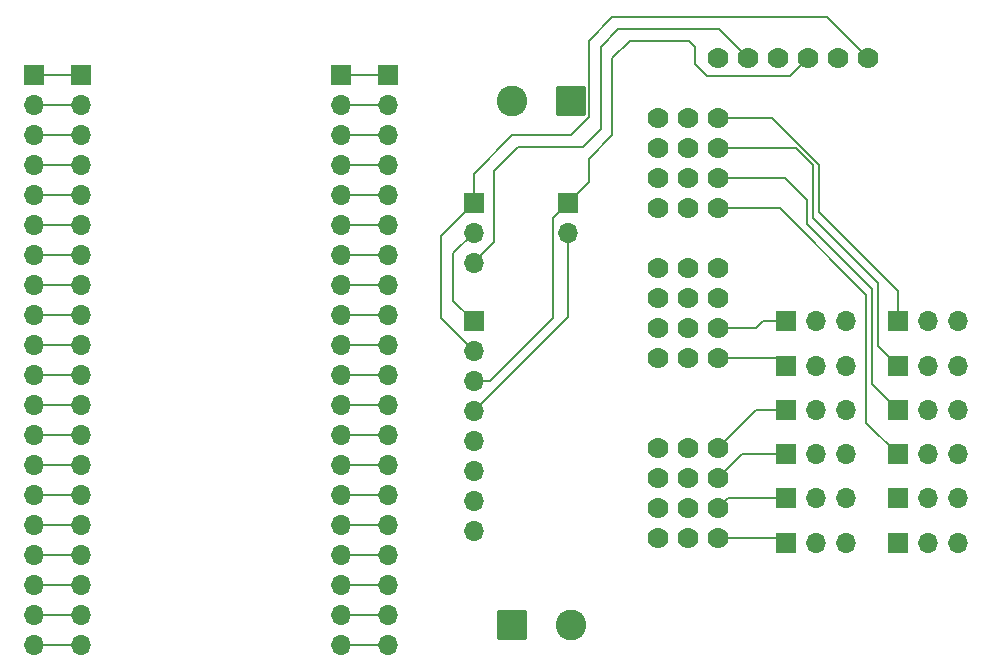
<source format=gbr>
%TF.GenerationSoftware,KiCad,Pcbnew,9.0.0*%
%TF.CreationDate,2025-03-26T16:29:39-04:00*%
%TF.ProjectId,spotmicro22mm,73706f74-6d69-4637-926f-32326d6d2e6b,rev?*%
%TF.SameCoordinates,Original*%
%TF.FileFunction,Copper,L1,Top*%
%TF.FilePolarity,Positive*%
%FSLAX46Y46*%
G04 Gerber Fmt 4.6, Leading zero omitted, Abs format (unit mm)*
G04 Created by KiCad (PCBNEW 9.0.0) date 2025-03-26 16:29:39*
%MOMM*%
%LPD*%
G01*
G04 APERTURE LIST*
G04 Aperture macros list*
%AMRoundRect*
0 Rectangle with rounded corners*
0 $1 Rounding radius*
0 $2 $3 $4 $5 $6 $7 $8 $9 X,Y pos of 4 corners*
0 Add a 4 corners polygon primitive as box body*
4,1,4,$2,$3,$4,$5,$6,$7,$8,$9,$2,$3,0*
0 Add four circle primitives for the rounded corners*
1,1,$1+$1,$2,$3*
1,1,$1+$1,$4,$5*
1,1,$1+$1,$6,$7*
1,1,$1+$1,$8,$9*
0 Add four rect primitives between the rounded corners*
20,1,$1+$1,$2,$3,$4,$5,0*
20,1,$1+$1,$4,$5,$6,$7,0*
20,1,$1+$1,$6,$7,$8,$9,0*
20,1,$1+$1,$8,$9,$2,$3,0*%
G04 Aperture macros list end*
%TA.AperFunction,ComponentPad*%
%ADD10R,1.700000X1.700000*%
%TD*%
%TA.AperFunction,ComponentPad*%
%ADD11O,1.700000X1.700000*%
%TD*%
%TA.AperFunction,ComponentPad*%
%ADD12RoundRect,0.250000X1.050000X1.050000X-1.050000X1.050000X-1.050000X-1.050000X1.050000X-1.050000X0*%
%TD*%
%TA.AperFunction,ComponentPad*%
%ADD13C,2.600000*%
%TD*%
%TA.AperFunction,ComponentPad*%
%ADD14RoundRect,0.250000X-1.050000X-1.050000X1.050000X-1.050000X1.050000X1.050000X-1.050000X1.050000X0*%
%TD*%
%TA.AperFunction,ComponentPad*%
%ADD15C,1.778000*%
%TD*%
%TA.AperFunction,Conductor*%
%ADD16C,0.200000*%
%TD*%
G04 APERTURE END LIST*
D10*
%TO.P,J9,1,Pin_1*%
%TO.N,/PWM-7*%
X146170000Y-88000000D03*
D11*
%TO.P,J9,2,Pin_2*%
%TO.N,/S2-PWR*%
X148710000Y-88000000D03*
%TO.P,J9,3,Pin_3*%
%TO.N,/S2-GND*%
X151250000Y-88000000D03*
%TD*%
D10*
%TO.P,J14,1,Pin_1*%
%TO.N,/ESP-32Pin*%
X86500000Y-63360000D03*
D11*
%TO.P,J14,2,Pin_2*%
X86500000Y-65900000D03*
%TO.P,J14,3,Pin_3*%
X86500000Y-68440000D03*
%TO.P,J14,4,Pin_4*%
X86500000Y-70980000D03*
%TO.P,J14,5,Pin_5*%
X86500000Y-73520000D03*
%TO.P,J14,6,Pin_6*%
X86500000Y-76060000D03*
%TO.P,J14,7,Pin_7*%
X86500000Y-78600000D03*
%TO.P,J14,8,Pin_8*%
X86500000Y-81140000D03*
%TO.P,J14,9,Pin_9*%
X86500000Y-83680000D03*
%TO.P,J14,10,Pin_10*%
X86500000Y-86220000D03*
%TO.P,J14,11,Pin_11*%
X86500000Y-88760000D03*
%TO.P,J14,12,Pin_12*%
X86500000Y-91300000D03*
%TO.P,J14,13,Pin_13*%
X86500000Y-93840000D03*
%TO.P,J14,14,Pin_14*%
X86500000Y-96380000D03*
%TO.P,J14,15,Pin_15*%
X86500000Y-98920000D03*
%TO.P,J14,16,Pin_16*%
X86500000Y-101460000D03*
%TO.P,J14,17,Pin_17*%
X86500000Y-104000000D03*
%TO.P,J14,18,Pin_18*%
X86500000Y-106540000D03*
%TO.P,J14,19,Pin_19*%
X86500000Y-109080000D03*
%TO.P,J14,20,Pin_20*%
X86500000Y-111620000D03*
%TD*%
D10*
%TO.P,J6,1,Pin_1*%
%TO.N,/PWM-4*%
X155670000Y-99250000D03*
D11*
%TO.P,J6,2,Pin_2*%
%TO.N,/S1-PWR*%
X158210000Y-99250000D03*
%TO.P,J6,3,Pin_3*%
%TO.N,/S1-GND*%
X160750000Y-99250000D03*
%TD*%
D10*
%TO.P,J18,1,Pin_1*%
%TO.N,/Global SCL*%
X127750000Y-74250000D03*
D11*
%TO.P,J18,2,Pin_2*%
%TO.N,/Global SDA*%
X127750000Y-76790000D03*
%TD*%
D12*
%TO.P,J21,1,Pin_1*%
%TO.N,/S2-PWR*%
X127993453Y-65577500D03*
D13*
%TO.P,J21,2,Pin_2*%
%TO.N,/S2-GND*%
X122993453Y-65577500D03*
%TD*%
D10*
%TO.P,J4,1,Pin_1*%
%TO.N,/PWM-2*%
X155670000Y-91750000D03*
D11*
%TO.P,J4,2,Pin_2*%
%TO.N,/S1-PWR*%
X158210000Y-91750000D03*
%TO.P,J4,3,Pin_3*%
%TO.N,/S1-GND*%
X160750000Y-91750000D03*
%TD*%
D10*
%TO.P,J17,1,Pin_1*%
%TO.N,/ESP-32Pin*%
X112500000Y-63400000D03*
D11*
%TO.P,J17,2,Pin_2*%
X112500000Y-65940000D03*
%TO.P,J17,3,Pin_3*%
X112500000Y-68480000D03*
%TO.P,J17,4,Pin_4*%
X112500000Y-71020000D03*
%TO.P,J17,5,Pin_5*%
X112500000Y-73560000D03*
%TO.P,J17,6,Pin_6*%
X112500000Y-76100000D03*
%TO.P,J17,7,Pin_7*%
X112500000Y-78640000D03*
%TO.P,J17,8,Pin_8*%
X112500000Y-81180000D03*
%TO.P,J17,9,Pin_9*%
X112500000Y-83720000D03*
%TO.P,J17,10,Pin_10*%
X112500000Y-86260000D03*
%TO.P,J17,11,Pin_11*%
X112500000Y-88800000D03*
%TO.P,J17,12,Pin_12*%
X112500000Y-91340000D03*
%TO.P,J17,13,Pin_13*%
X112500000Y-93880000D03*
%TO.P,J17,14,Pin_14*%
X112500000Y-96420000D03*
%TO.P,J17,15,Pin_15*%
X112500000Y-98960000D03*
%TO.P,J17,16,Pin_16*%
X112500000Y-101500000D03*
%TO.P,J17,17,Pin_17*%
X112500000Y-104040000D03*
%TO.P,J17,18,Pin_18*%
X112500000Y-106580000D03*
%TO.P,J17,19,Pin_19*%
X112500000Y-109120000D03*
%TO.P,J17,20,Pin_20*%
X112500000Y-111660000D03*
%TD*%
D10*
%TO.P,J13,1,Pin_1*%
%TO.N,/PWM-11*%
X146170000Y-103000000D03*
D11*
%TO.P,J13,2,Pin_2*%
%TO.N,/S2-PWR*%
X148710000Y-103000000D03*
%TO.P,J13,3,Pin_3*%
%TO.N,/S2-GND*%
X151250000Y-103000000D03*
%TD*%
D10*
%TO.P,J3,1,Pin_1*%
%TO.N,/PWM-1*%
X155670000Y-88000000D03*
D11*
%TO.P,J3,2,Pin_2*%
%TO.N,/S1-PWR*%
X158210000Y-88000000D03*
%TO.P,J3,3,Pin_3*%
%TO.N,/S1-GND*%
X160750000Y-88000000D03*
%TD*%
D10*
%TO.P,J15,1,Pin_1*%
%TO.N,/ESP-32Pin*%
X108500000Y-63400000D03*
D11*
%TO.P,J15,2,Pin_2*%
X108500000Y-65940000D03*
%TO.P,J15,3,Pin_3*%
X108500000Y-68480000D03*
%TO.P,J15,4,Pin_4*%
X108500000Y-71020000D03*
%TO.P,J15,5,Pin_5*%
X108500000Y-73560000D03*
%TO.P,J15,6,Pin_6*%
X108500000Y-76100000D03*
%TO.P,J15,7,Pin_7*%
X108500000Y-78640000D03*
%TO.P,J15,8,Pin_8*%
X108500000Y-81180000D03*
%TO.P,J15,9,Pin_9*%
X108500000Y-83720000D03*
%TO.P,J15,10,Pin_10*%
X108500000Y-86260000D03*
%TO.P,J15,11,Pin_11*%
X108500000Y-88800000D03*
%TO.P,J15,12,Pin_12*%
X108500000Y-91340000D03*
%TO.P,J15,13,Pin_13*%
X108500000Y-93880000D03*
%TO.P,J15,14,Pin_14*%
X108500000Y-96420000D03*
%TO.P,J15,15,Pin_15*%
X108500000Y-98960000D03*
%TO.P,J15,16,Pin_16*%
X108500000Y-101500000D03*
%TO.P,J15,17,Pin_17*%
X108500000Y-104040000D03*
%TO.P,J15,18,Pin_18*%
X108500000Y-106580000D03*
%TO.P,J15,19,Pin_19*%
X108500000Y-109120000D03*
%TO.P,J15,20,Pin_20*%
X108500000Y-111660000D03*
%TD*%
D10*
%TO.P,J11,1,Pin_1*%
%TO.N,/PWM-9*%
X146170000Y-95500000D03*
D11*
%TO.P,J11,2,Pin_2*%
%TO.N,/S2-PWR*%
X148710000Y-95500000D03*
%TO.P,J11,3,Pin_3*%
%TO.N,/S2-GND*%
X151250000Y-95500000D03*
%TD*%
D14*
%TO.P,J1,1,Pin_1*%
%TO.N,/S1-PWR*%
X123000000Y-110000000D03*
D13*
%TO.P,J1,2,Pin_2*%
%TO.N,/S1-GND*%
X128000000Y-110000000D03*
%TD*%
D10*
%TO.P,J16,1,Pin_1*%
%TO.N,/ESP-32Pin*%
X82500000Y-63360000D03*
D11*
%TO.P,J16,2,Pin_2*%
X82500000Y-65900000D03*
%TO.P,J16,3,Pin_3*%
X82500000Y-68440000D03*
%TO.P,J16,4,Pin_4*%
X82500000Y-70980000D03*
%TO.P,J16,5,Pin_5*%
X82500000Y-73520000D03*
%TO.P,J16,6,Pin_6*%
X82500000Y-76060000D03*
%TO.P,J16,7,Pin_7*%
X82500000Y-78600000D03*
%TO.P,J16,8,Pin_8*%
X82500000Y-81140000D03*
%TO.P,J16,9,Pin_9*%
X82500000Y-83680000D03*
%TO.P,J16,10,Pin_10*%
X82500000Y-86220000D03*
%TO.P,J16,11,Pin_11*%
X82500000Y-88760000D03*
%TO.P,J16,12,Pin_12*%
X82500000Y-91300000D03*
%TO.P,J16,13,Pin_13*%
X82500000Y-93840000D03*
%TO.P,J16,14,Pin_14*%
X82500000Y-96380000D03*
%TO.P,J16,15,Pin_15*%
X82500000Y-98920000D03*
%TO.P,J16,16,Pin_16*%
X82500000Y-101460000D03*
%TO.P,J16,17,Pin_17*%
X82500000Y-104000000D03*
%TO.P,J16,18,Pin_18*%
X82500000Y-106540000D03*
%TO.P,J16,19,Pin_19*%
X82500000Y-109080000D03*
%TO.P,J16,20,Pin_20*%
X82500000Y-111620000D03*
%TD*%
D10*
%TO.P,J8,1,Pin_1*%
%TO.N,/PWM-6*%
X146170000Y-84250000D03*
D11*
%TO.P,J8,2,Pin_2*%
%TO.N,/S2-PWR*%
X148710000Y-84250000D03*
%TO.P,J8,3,Pin_3*%
%TO.N,/S2-GND*%
X151250000Y-84250000D03*
%TD*%
D10*
%TO.P,J5,1,Pin_1*%
%TO.N,/PWM-3*%
X155670000Y-95500000D03*
D11*
%TO.P,J5,2,Pin_2*%
%TO.N,/S1-PWR*%
X158210000Y-95500000D03*
%TO.P,J5,3,Pin_3*%
%TO.N,/S1-GND*%
X160750000Y-95500000D03*
%TD*%
D10*
%TO.P,J10,1,Pin_1*%
%TO.N,/PWM-8*%
X146170000Y-91750000D03*
D11*
%TO.P,J10,2,Pin_2*%
%TO.N,/S2-PWR*%
X148710000Y-91750000D03*
%TO.P,J10,3,Pin_3*%
%TO.N,/S2-GND*%
X151250000Y-91750000D03*
%TD*%
D10*
%TO.P,J20,1,Pin_1*%
%TO.N,/ESP32-3v3*%
X119800000Y-84260000D03*
D11*
%TO.P,J20,2,Pin_2*%
%TO.N,/ESP32-GND*%
X119800000Y-86800000D03*
%TO.P,J20,3,Pin_3*%
%TO.N,/Global SCL*%
X119800000Y-89340000D03*
%TO.P,J20,4,Pin_4*%
%TO.N,/Global SDA*%
X119800000Y-91880000D03*
%TO.P,J20,5,Pin_5*%
%TO.N,unconnected-(J20-Pin_5-Pad5)*%
X119800000Y-94420000D03*
%TO.P,J20,6,Pin_6*%
%TO.N,unconnected-(J20-Pin_6-Pad6)*%
X119800000Y-96960000D03*
%TO.P,J20,7,Pin_7*%
%TO.N,unconnected-(J20-Pin_7-Pad7)*%
X119800000Y-99500000D03*
%TO.P,J20,8,Pin_8*%
%TO.N,unconnected-(J20-Pin_8-Pad8)*%
X119800000Y-102040000D03*
%TD*%
D10*
%TO.P,J12,1,Pin_1*%
%TO.N,/PWM-10*%
X146170000Y-99250000D03*
D11*
%TO.P,J12,2,Pin_2*%
%TO.N,/S2-PWR*%
X148710000Y-99250000D03*
%TO.P,J12,3,Pin_3*%
%TO.N,/S2-GND*%
X151250000Y-99250000D03*
%TD*%
D10*
%TO.P,J19,1,Pin_1*%
%TO.N,/ESP32-GND*%
X119750000Y-74210000D03*
D11*
%TO.P,J19,2,Pin_2*%
%TO.N,/ESP32-3v3*%
X119750000Y-76750000D03*
%TO.P,J19,3,Pin_3*%
%TO.N,/ESP32-5v*%
X119750000Y-79290000D03*
%TD*%
D10*
%TO.P,J7,1,Pin_1*%
%TO.N,/PWM-5*%
X155670000Y-103000000D03*
D11*
%TO.P,J7,2,Pin_2*%
%TO.N,/S1-PWR*%
X158210000Y-103000000D03*
%TO.P,J7,3,Pin_3*%
%TO.N,/S1-GND*%
X160750000Y-103000000D03*
%TD*%
D15*
%TO.P,U2,0,PWM_0*%
%TO.N,/PWM-0*%
X140440000Y-67050000D03*
%TO.P,U2,1,PWM_1*%
%TO.N,/PWM-1*%
X140440000Y-69590000D03*
%TO.P,U2,2,PWM_2*%
%TO.N,/PWM-2*%
X140440000Y-72130000D03*
%TO.P,U2,3,PWM_3*%
%TO.N,/PWM-3*%
X140440000Y-74670000D03*
%TO.P,U2,4,PWM_4*%
%TO.N,/PWM-4*%
X140440000Y-79750000D03*
%TO.P,U2,5,PWM_5*%
%TO.N,/PWM-5*%
X140440000Y-82290000D03*
%TO.P,U2,6,PWM_6*%
%TO.N,/PWM-6*%
X140440000Y-84830000D03*
%TO.P,U2,7,PWM_7*%
%TO.N,/PWM-7*%
X140440000Y-87370000D03*
%TO.P,U2,8,PWM_8*%
%TO.N,/PWM-8*%
X140440000Y-94990000D03*
%TO.P,U2,9,PWM_9*%
%TO.N,/PWM-9*%
X140440000Y-97530000D03*
%TO.P,U2,10,PWM_10*%
%TO.N,/PWM-10*%
X140440000Y-100070000D03*
%TO.P,U2,11,PWM_11*%
%TO.N,/PWM-11*%
X140440000Y-102610000D03*
%TO.P,U2,GND_1,GND*%
%TO.N,/ESP32-GND*%
X153140000Y-61970000D03*
%TO.P,U2,GND_3*%
%TO.N,N/C*%
X135360000Y-67050000D03*
%TO.P,U2,GND_4*%
X135360000Y-69590000D03*
%TO.P,U2,GND_5*%
X135360000Y-72130000D03*
%TO.P,U2,GND_6*%
X135360000Y-74670000D03*
%TO.P,U2,GND_7*%
X135360000Y-79750000D03*
%TO.P,U2,GND_8*%
X135360000Y-82290000D03*
%TO.P,U2,GND_9*%
X135360000Y-84830000D03*
%TO.P,U2,GND_10*%
X135360000Y-87370000D03*
%TO.P,U2,GND_11*%
X135360000Y-94990000D03*
%TO.P,U2,GND_12*%
X135360000Y-97530000D03*
%TO.P,U2,GND_13*%
X135360000Y-100070000D03*
%TO.P,U2,GND_14*%
X135360000Y-102610000D03*
%TO.P,U2,OE_1*%
X150600000Y-61970000D03*
%TO.P,U2,SCL_1,SCL*%
%TO.N,/Global SCL*%
X148060000Y-61970000D03*
%TO.P,U2,SDA_1,SDA*%
%TO.N,/Global SDA*%
X145520000Y-61970000D03*
%TO.P,U2,V+_1,V+*%
%TO.N,unconnected-(U2-V+-PadV+_1)*%
X140440000Y-61970000D03*
%TO.P,U2,V+_3*%
%TO.N,N/C*%
X137900000Y-67050000D03*
%TO.P,U2,V+_4*%
X137900000Y-69590000D03*
%TO.P,U2,V+_5*%
X137900000Y-72130000D03*
%TO.P,U2,V+_6*%
X137900000Y-74670000D03*
%TO.P,U2,V+_7*%
X137900000Y-79750000D03*
%TO.P,U2,V+_8*%
X137900000Y-82290000D03*
%TO.P,U2,V+_9*%
X137900000Y-84830000D03*
%TO.P,U2,V+_10*%
X137900000Y-87370000D03*
%TO.P,U2,V+_11*%
X137900000Y-94990000D03*
%TO.P,U2,V+_12*%
X137900000Y-97530000D03*
%TO.P,U2,V+_13*%
X137900000Y-100070000D03*
%TO.P,U2,V+_14*%
X137900000Y-102610000D03*
%TO.P,U2,VCC_1,VCC*%
%TO.N,/ESP32-5v*%
X142980000Y-61970000D03*
%TD*%
D10*
%TO.P,J2,1,Pin_1*%
%TO.N,/PWM-0*%
X155670000Y-84250000D03*
D11*
%TO.P,J2,2,Pin_2*%
%TO.N,/S1-PWR*%
X158210000Y-84250000D03*
%TO.P,J2,3,Pin_3*%
%TO.N,/S1-GND*%
X160750000Y-84250000D03*
%TD*%
D16*
%TO.N,/PWM-0*%
X149000000Y-71000000D02*
X149000000Y-75000000D01*
X145050000Y-67050000D02*
X149000000Y-71000000D01*
X149000000Y-75000000D02*
X155670000Y-81670000D01*
X140440000Y-67050000D02*
X145050000Y-67050000D01*
X155670000Y-81670000D02*
X155670000Y-84250000D01*
%TO.N,/PWM-1*%
X148467157Y-71032843D02*
X148467157Y-75467157D01*
X148467157Y-75467157D02*
X154000000Y-81000000D01*
X154000000Y-86330000D02*
X155670000Y-88000000D01*
X147024314Y-69590000D02*
X148467157Y-71032843D01*
X154000000Y-81000000D02*
X154000000Y-86330000D01*
X140440000Y-69590000D02*
X147024314Y-69590000D01*
%TO.N,/PWM-2*%
X155670000Y-91750000D02*
X153500000Y-89580000D01*
X153500000Y-89580000D02*
X153500000Y-81500000D01*
X148000000Y-74000000D02*
X146130000Y-72130000D01*
X146130000Y-72130000D02*
X140440000Y-72130000D01*
X148000000Y-76000000D02*
X148000000Y-74000000D01*
X153500000Y-81500000D02*
X148000000Y-76000000D01*
%TO.N,/PWM-3*%
X153000000Y-92830000D02*
X155670000Y-95500000D01*
X145670000Y-74670000D02*
X153000000Y-82000000D01*
X140440000Y-74670000D02*
X145670000Y-74670000D01*
X153000000Y-82000000D02*
X153000000Y-92830000D01*
%TO.N,/PWM-6*%
X143670000Y-84830000D02*
X144250000Y-84250000D01*
X140440000Y-84830000D02*
X143670000Y-84830000D01*
X144250000Y-84250000D02*
X146170000Y-84250000D01*
%TO.N,/PWM-7*%
X145540000Y-87370000D02*
X146170000Y-88000000D01*
X140440000Y-87370000D02*
X145540000Y-87370000D01*
%TO.N,/PWM-8*%
X143680000Y-91750000D02*
X146170000Y-91750000D01*
X140440000Y-94990000D02*
X143680000Y-91750000D01*
%TO.N,/PWM-9*%
X142470000Y-95500000D02*
X146170000Y-95500000D01*
X140440000Y-97530000D02*
X142470000Y-95500000D01*
%TO.N,/PWM-10*%
X140440000Y-100070000D02*
X141260000Y-99250000D01*
X141260000Y-99250000D02*
X146170000Y-99250000D01*
%TO.N,/PWM-11*%
X145780000Y-102610000D02*
X146170000Y-103000000D01*
X140440000Y-102610000D02*
X145780000Y-102610000D01*
%TO.N,/ESP-32Pin*%
X86500000Y-88760000D02*
X82500000Y-88760000D01*
X112500000Y-68480000D02*
X108500000Y-68480000D01*
X86500000Y-98920000D02*
X82500000Y-98920000D01*
X108500000Y-83720000D02*
X112500000Y-83720000D01*
X82500000Y-73520000D02*
X86500000Y-73520000D01*
X112500000Y-101500000D02*
X108500000Y-101500000D01*
X112500000Y-96420000D02*
X108500000Y-96420000D01*
X112500000Y-76100000D02*
X108500000Y-76100000D01*
X86500000Y-65900000D02*
X82500000Y-65900000D01*
X82500000Y-93840000D02*
X86500000Y-93840000D01*
X108500000Y-98960000D02*
X112500000Y-98960000D01*
X82500000Y-101460000D02*
X86500000Y-101460000D01*
X112500000Y-81180000D02*
X108500000Y-81180000D01*
X108500000Y-71020000D02*
X112500000Y-71020000D01*
X112500000Y-104040000D02*
X108500000Y-104040000D01*
X112500000Y-86260000D02*
X108500000Y-86260000D01*
X112500000Y-106580000D02*
X108500000Y-106580000D01*
X108500000Y-93880000D02*
X112500000Y-93880000D01*
X86500000Y-106540000D02*
X82500000Y-106540000D01*
X108500000Y-88800000D02*
X112500000Y-88800000D01*
X112500000Y-91340000D02*
X108500000Y-91340000D01*
X112500000Y-111660000D02*
X108500000Y-111660000D01*
X86500000Y-111620000D02*
X82500000Y-111620000D01*
X86500000Y-91300000D02*
X82500000Y-91300000D01*
X108500000Y-73560000D02*
X112500000Y-73560000D01*
X86500000Y-76060000D02*
X82500000Y-76060000D01*
X108500000Y-109120000D02*
X112500000Y-109120000D01*
X82500000Y-78600000D02*
X86500000Y-78600000D01*
X86500000Y-104000000D02*
X82500000Y-104000000D01*
X82500000Y-63360000D02*
X86500000Y-63360000D01*
X86500000Y-96380000D02*
X82500000Y-96380000D01*
X108500000Y-78640000D02*
X112500000Y-78640000D01*
X86500000Y-70980000D02*
X82500000Y-70980000D01*
X82500000Y-68440000D02*
X86500000Y-68440000D01*
X82500000Y-86220000D02*
X86500000Y-86220000D01*
X82500000Y-109080000D02*
X86500000Y-109080000D01*
X86500000Y-81140000D02*
X82500000Y-81140000D01*
X86500000Y-83680000D02*
X82500000Y-83680000D01*
X108500000Y-65940000D02*
X112500000Y-65940000D01*
X108500000Y-63400000D02*
X112500000Y-63400000D01*
%TO.N,/Global SDA*%
X127750000Y-83930000D02*
X119800000Y-91880000D01*
X127750000Y-76790000D02*
X127750000Y-83930000D01*
%TO.N,/Global SCL*%
X129500000Y-70500000D02*
X131500000Y-68500000D01*
X129500000Y-72500000D02*
X129500000Y-70500000D01*
X146530000Y-63500000D02*
X148060000Y-61970000D01*
X133000000Y-60500000D02*
X138000000Y-60500000D01*
X139500000Y-63500000D02*
X146530000Y-63500000D01*
X138500000Y-61000000D02*
X138500000Y-62500000D01*
X131500000Y-62000000D02*
X133000000Y-60500000D01*
X138000000Y-60500000D02*
X138500000Y-61000000D01*
X127750000Y-74250000D02*
X126500000Y-75500000D01*
X126500000Y-84000000D02*
X121160000Y-89340000D01*
X121160000Y-89340000D02*
X119800000Y-89340000D01*
X131500000Y-68500000D02*
X131500000Y-62000000D01*
X126500000Y-75500000D02*
X126500000Y-84000000D01*
X127750000Y-74250000D02*
X129500000Y-72500000D01*
X138500000Y-62500000D02*
X139500000Y-63500000D01*
%TO.N,/ESP32-5v*%
X129000000Y-69500000D02*
X130500000Y-68000000D01*
X130500000Y-68000000D02*
X130500000Y-61000000D01*
X130500000Y-61000000D02*
X132000000Y-59500000D01*
X119750000Y-79250000D02*
X121500000Y-77500000D01*
X121500000Y-71500000D02*
X123500000Y-69500000D01*
X119750000Y-79290000D02*
X119750000Y-79250000D01*
X123500000Y-69500000D02*
X129000000Y-69500000D01*
X140510000Y-59500000D02*
X142980000Y-61970000D01*
X121500000Y-77500000D02*
X121500000Y-71500000D01*
X132000000Y-59500000D02*
X140510000Y-59500000D01*
%TO.N,/ESP32-GND*%
X119750000Y-71750000D02*
X123000000Y-68500000D01*
X123000000Y-68500000D02*
X128000000Y-68500000D01*
X129500000Y-60500000D02*
X131500000Y-58500000D01*
X119750000Y-74210000D02*
X119750000Y-74250000D01*
X119750000Y-74210000D02*
X119750000Y-71750000D01*
X149670000Y-58500000D02*
X153140000Y-61970000D01*
X119750000Y-74250000D02*
X117000000Y-77000000D01*
X128000000Y-68500000D02*
X129500000Y-67000000D01*
X129500000Y-67000000D02*
X129500000Y-60500000D01*
X117000000Y-77000000D02*
X117000000Y-84000000D01*
X117000000Y-84000000D02*
X119800000Y-86800000D01*
X131500000Y-58500000D02*
X149670000Y-58500000D01*
%TO.N,/ESP32-3v3*%
X118040000Y-82500000D02*
X119800000Y-84260000D01*
X119750000Y-76750000D02*
X118000000Y-78500000D01*
X118000000Y-78500000D02*
X118000000Y-82500000D01*
X118000000Y-82500000D02*
X118040000Y-82500000D01*
%TD*%
M02*

</source>
